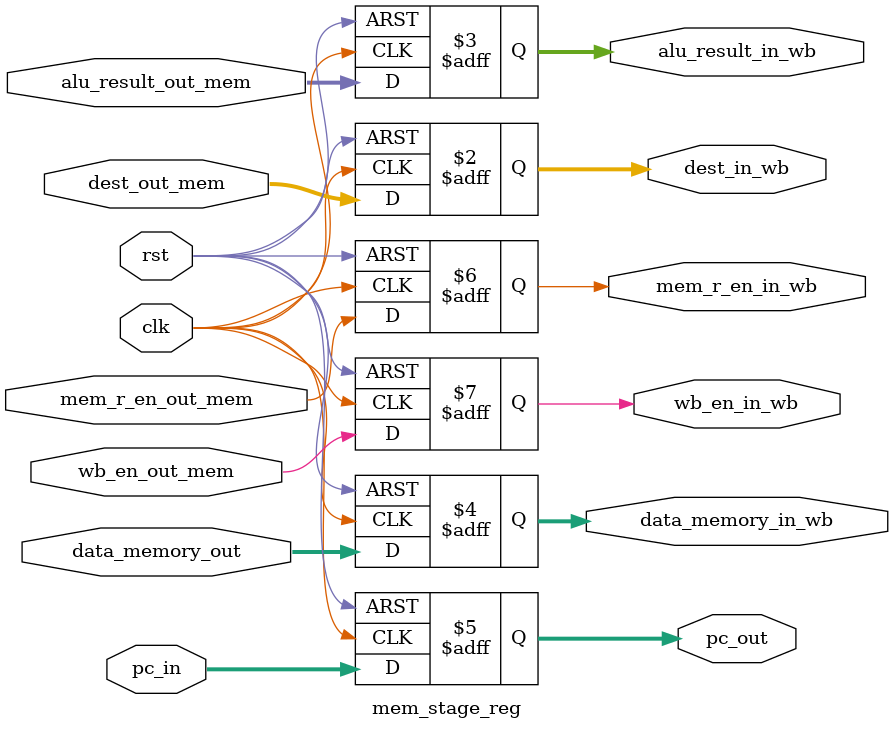
<source format=v>
`timescale 1ns/1ns
module mem_stage_reg(
                    input clk,
                    input rst,
                    input [4:0]dest_out_mem,
                    input [31:0]alu_result_out_mem,
                    input [31:0]data_memory_out,
					input [31:0]pc_in,
                    input mem_r_en_out_mem,
                    input wb_en_out_mem,
                    
                    output reg [4:0]dest_in_wb,
                    output reg [31:0]alu_result_in_wb,
                    output reg [31:0]data_memory_in_wb,
					output reg [31:0]pc_out,
                    output reg mem_r_en_in_wb,
                    output reg wb_en_in_wb
                    );
always@(posedge clk, posedge rst)begin
	if(rst)begin
        dest_in_wb<=5'b00000;
        alu_result_in_wb<=32'd0;
        data_memory_in_wb=32'd0;
        mem_r_en_in_wb<=1'b0;
        wb_en_in_wb<=1'b0;
		pc_out<=32'd0;
	end
	else begin
		pc_out<=pc_in;
		dest_in_wb<=dest_out_mem;
        alu_result_in_wb<=alu_result_out_mem;
        data_memory_in_wb<=data_memory_out;
        mem_r_en_in_wb<=mem_r_en_out_mem;
        wb_en_in_wb<=wb_en_out_mem;
	end
end                    
                                        
endmodule                 


</source>
